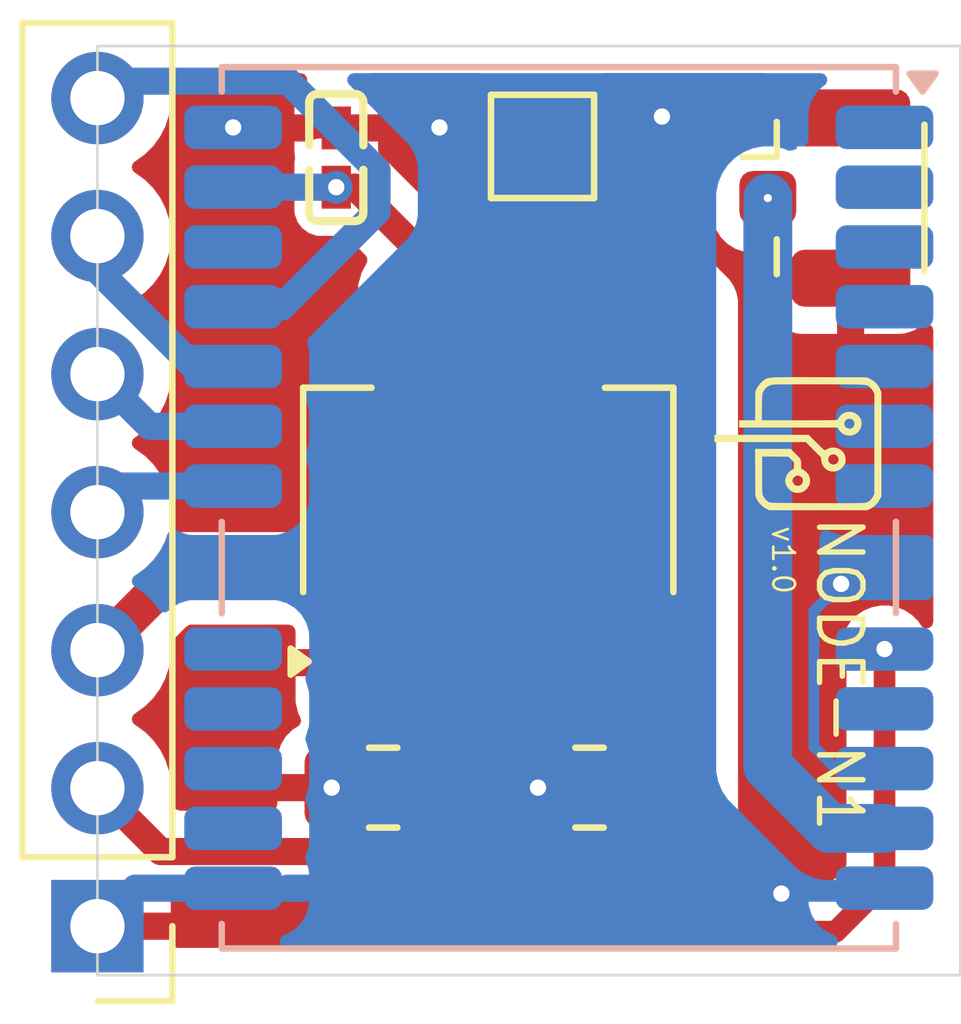
<source format=kicad_pcb>
(kicad_pcb (version 20241229) (generator "pcbnew") (generator_version "9.0")
  (layers (0 "F.Cu" signal) (2 "B.Cu" signal) (13 "F.Paste" user) (15 "B.Paste" user) (5 "F.SilkS" user "F.Silkscreen") (7 "B.SilkS" user "B.Silkscreen") (1 "F.Mask" user) (3 "B.Mask" user) (25 "Edge.Cuts" user))
  (net 0 "")
  (net 1 "+3.3V")
  (net 2 "GND")
  (net 3 "VBUS")
  (net 4 "/EXT_ANT")
  (net 6 "/TX")
  (net 7 "/SDA")
  (net 12 "/RX")
  (net 15 "/SCL")
  (net 18 "/RESET")
  (footprint "TestPoint:TestPoint_Pad_1.5x1.5mm" (layer "F.Cu") (at 145.8 73.15)
    (property "Reference" "J1" (hide yes))
    (property "Value" "Conn_01x01_Pin" (hide yes))
    (fp_line (start -0.95 -0.95) (end 0.95 -0.95) (stroke (width 0.12)) (layer "F.SilkS"))
    (fp_line (start -0.95 0.95) (end -0.95 -0.95) (stroke (width 0.12)) (layer "F.SilkS"))
    (fp_line (start 0.95 -0.95) (end 0.95 0.95) (stroke (width 0.12)) (layer "F.SilkS"))
    (fp_line (start 0.95 0.95) (end -0.95 0.95) (stroke (width 0.12)) (layer "F.SilkS"))
    (pad "1" smd rect (at 0 0) (size 1.5 1.5) (layers "F.Cu" "F.Mask") (net 18 "/RESET"))
  )
  (footprint "Connector_PinHeader_2.54mm:PinHeader_1x07_P2.54mm_Vertical" (layer "F.Cu") (at 137.6 87.5 180)
    (property "Reference" "J3" (hide yes))
    (property "Value" "Conn_01x07_Pin" (hide yes))
    (fp_line (start 1.38 1.27) (end 1.38 16.62) (stroke (width 0.12)) (layer "F.SilkS"))
    (fp_line (start -1.38 16.62) (end 1.38 16.62) (stroke (width 0.12)) (layer "F.SilkS"))
    (fp_line (start -1.38 1.27) (end 1.38 1.27) (stroke (width 0.12)) (layer "F.SilkS"))
    (fp_line (start -1.38 1.27) (end -1.38 16.62) (stroke (width 0.12)) (layer "F.SilkS"))
    (fp_line (start -1.38 0) (end -1.38 -1.38) (stroke (width 0.12)) (layer "F.SilkS"))
    (fp_line (start -1.38 -1.38) (end 0 -1.38) (stroke (width 0.12)) (layer "F.SilkS"))
    (pad "1" thru_hole rect (at 0 0 180) (size 1.7 1.7) (drill 1) (layers "*.Cu" "*.Mask") (net 2 "GND"))
    (pad "2" thru_hole circle (at 0 2.54 180) (size 1.7 1.7) (drill 1) (layers "*.Cu" "*.Mask") (net 3 "VBUS"))
    (pad "3" thru_hole circle (at 0 5.08 180) (size 1.7 1.7) (drill 1) (layers "*.Cu" "*.Mask") (net 1 "+3.3V"))
    (pad "4" thru_hole circle (at 0 7.62 180) (size 1.7 1.7) (drill 1) (layers "*.Cu" "*.Mask") (net 7 "/SDA"))
    (pad "5" thru_hole circle (at 0 10.16 180) (size 1.7 1.7) (drill 1) (layers "*.Cu" "*.Mask") (net 15 "/SCL"))
    (pad "6" thru_hole circle (at 0 12.7 180) (size 1.7 1.7) (drill 1) (layers "*.Cu" "*.Mask") (net 6 "/TX"))
    (pad "7" thru_hole circle (at 0 15.24 180) (size 1.7 1.7) (drill 1) (layers "*.Cu" "*.Mask") (net 12 "/RX"))
  )
  (footprint "Package_TO_SOT_SMD:SOT-223-3_TabPin2" (layer "F.Cu") (at 144.8 79.5 90)
    (property "Reference" "U2" (hide yes))
    (property "Value" "NCP1117-3.3_SOT223" (hide yes))
    (fp_line (start 1.91 -3.41) (end 1.91 -2.15) (stroke (width 0.12)) (layer "F.SilkS"))
    (fp_line (start -1.85 -3.41) (end 1.91 -3.41) (stroke (width 0.12)) (layer "F.SilkS"))
    (fp_line (start 1.91 3.41) (end 1.91 2.15) (stroke (width 0.12)) (layer "F.SilkS"))
    (fp_line (start -1.85 3.41) (end 1.91 3.41) (stroke (width 0.12)) (layer "F.SilkS"))
    (fp_poly (pts (xy -3.13 -3.31) (xy -3.37 -3.64) (xy -2.89 -3.64) (xy -3.13 -3.31)) (stroke (width 0.12)) (fill yes) (layer "F.SilkS"))
    (pad "1" smd roundrect (at -3.15 -2.3 90) (size 2 1.5) (layers "F.Cu" "F.Mask" "F.Paste") (net 2 "GND"))
    (pad "2" smd roundrect (at -3.15 0 90) (size 2 1.5) (layers "F.Cu" "F.Mask" "F.Paste") (net 1 "+3.3V"))
    (pad "2" smd roundrect (at 3.15 0 90) (size 2 3.8) (layers "F.Cu" "F.Mask" "F.Paste") (net 1 "+3.3V"))
    (pad "3" smd roundrect (at -3.15 2.3 90) (size 2 1.5) (layers "F.Cu" "F.Mask" "F.Paste") (net 3 "VBUS"))
  )
  (footprint "Capacitor_SMD:C_0805_2012Metric" (layer "F.Cu") (at 142.865 84.95 180)
    (property "Reference" "C3" (hide yes))
    (property "Value" "10u")
    (fp_line (start -0.261252 0.735) (end 0.261252 0.735) (stroke (width 0.12)) (layer "F.SilkS"))
    (fp_line (start -0.261252 -0.735) (end 0.261252 -0.735) (stroke (width 0.12)) (layer "F.SilkS"))
    (pad "1" smd roundrect (at -0.95 0 180) (size 1 1.45) (layers "F.Cu" "F.Mask" "F.Paste") (net 1 "+3.3V"))
    (pad "2" smd roundrect (at 0.95 0 180) (size 1 1.45) (layers "F.Cu" "F.Mask" "F.Paste") (net 2 "GND"))
  )
  (footprint "Connector_Coaxial:U.FL_Hirose_U.FL-R-SMT-1_Vertical" (layer "F.Cu") (at 151 74.1)
    (property "Reference" "J2" (hide yes))
    (property "Value" "U.FL-R-SMT(10)" (hide yes))
    (fp_line (start -0.885 -1.4) (end -0.885 -0.76) (stroke (width 0.12)) (layer "F.SilkS"))
    (fp_line (start -0.885 -0.76) (end -1.515 -0.76) (stroke (width 0.12)) (layer "F.SilkS"))
    (fp_line (start -0.885 1.4) (end -0.885 0.76) (stroke (width 0.12)) (layer "F.SilkS"))
    (fp_line (start 1.835 -1.35) (end 1.835 1.35) (stroke (width 0.12)) (layer "F.SilkS"))
    (pad "1" smd roundrect (at -1.05 0) (size 1.05 1) (layers "F.Cu" "F.Mask" "F.Paste") (net 4 "/EXT_ANT"))
    (pad "2" smd roundrect (at 0.475 -1.475) (size 2.2 1.05) (layers "F.Cu" "F.Mask" "F.Paste") (roundrect_rratio 0.2380952381) (net 2 "GND"))
    (pad "2" smd roundrect (at 0.475 1.475) (size 2.2 1.05) (layers "F.Cu" "F.Mask" "F.Paste") (roundrect_rratio 0.2380952381) (net 2 "GND"))
    (zone (net 0) (net_name "") (layers "F.Cu" "B.Cu") (connect_pads (clearance 0)) (min_thickness 0.25)
      (keepout (tracks not_allowed) (vias not_allowed) (pads not_allowed) (copperpour not_allowed) (footprints allowed))
      (fill (thermal_gap 0.5) (thermal_bridge_width 0.5))
      (polygon (pts (xy 152.575 73.15) (xy 150.485 73.15) (xy 150.485 75.05) (xy 152.575 75.05)))
    )
  )
  (footprint "Capacitor_SMD:C_0805_2012Metric" (layer "F.Cu") (at 146.665 84.95 180)
    (property "Reference" "C1" (hide yes))
    (property "Value" "10u")
    (fp_line (start -0.261252 0.735) (end 0.261252 0.735) (stroke (width 0.12)) (layer "F.SilkS"))
    (fp_line (start -0.261252 -0.735) (end 0.261252 -0.735) (stroke (width 0.12)) (layer "F.SilkS"))
    (pad "1" smd roundrect (at -0.95 0 180) (size 1 1.45) (layers "F.Cu" "F.Mask" "F.Paste") (net 3 "VBUS"))
    (pad "2" smd roundrect (at 0.95 0 180) (size 1 1.45) (layers "F.Cu" "F.Mask" "F.Paste") (net 2 "GND"))
  )
  (footprint "10uF:C0402" (layer "F.Cu") (at 142 73.3549 -90)
    (property "Reference" "C2" (hide yes))
    (property "Value" "100nF" (hide yes))
    (fp_line (start -0.2262 0.4986) (end -1.0163 0.4986) (stroke (width 0.1524)) (layer "F.SilkS"))
    (fp_line (start 0.2262 0.4986) (end 1.0163 0.4986) (stroke (width 0.1524)) (layer "F.SilkS"))
    (fp_line (start -1.1687 0.3462) (end -1.1687 -0.3462) (stroke (width 0.1524)) (layer "F.SilkS"))
    (fp_line (start 1.1687 0.3462) (end 1.1687 -0.3462) (stroke (width 0.1524)) (layer "F.SilkS"))
    (fp_line (start -1.0163 -0.4986) (end -0.2262 -0.4986) (stroke (width 0.1524)) (layer "F.SilkS"))
    (fp_line (start 1.0163 -0.4986) (end 0.2262 -0.4986) (stroke (width 0.1524)) (layer "F.SilkS"))
    (fp_arc (start -1.0163 0.4986) (mid -1.124063 0.453963) (end -1.1687 0.3462) (stroke (width 0.1524)) (layer "F.SilkS"))
    (fp_arc (start 1.1687 0.3462) (mid 1.124063 0.453963) (end 1.0163 0.4986) (stroke (width 0.1524)) (layer "F.SilkS"))
    (fp_arc (start -1.1687 -0.3462) (mid -1.124063 -0.453963) (end -1.0163 -0.4986) (stroke (width 0.1524)) (layer "F.SilkS"))
    (fp_arc (start 1.0163 -0.4986) (mid 1.124063 -0.453963) (end 1.1687 -0.3462) (stroke (width 0.1524)) (layer "F.SilkS"))
    (pad "1" smd rect (at -0.5451 0 270) (size 0.7901 0.54) (layers "F.Cu" "F.Mask" "F.Paste") (net 2 "GND"))
    (pad "2" smd rect (at 0.5451 0 270) (size 0.7901 0.54) (layers "F.Cu" "F.Mask" "F.Paste") (net 1 "+3.3V"))
  )
  (footprint "LOGO" (layer "F.Cu") (at 150.6 78.6 -90)
    (property "Reference" "G***" (hide yes))
    (property "Value" "LOGO" (hide yes))
    (fp_poly (pts (xy 0.391021 -0.772103) (xy 0.440161 -0.742534) (xy 0.481889 -0.699764) (xy 0.513225 -0.647898) (xy 0.531192 -0.591038) (xy 0.533285 -0.576137) (xy 0.531294 -0.515148) (xy 0.513593 -0.459419) (xy 0.482066 -0.411119) (xy 0.438594 -0.372417) (xy 0.385061 -0.345483) (xy 0.323351 -0.332484) (xy 0.321659 -0.332352) (xy 0.272398 -0.328666) (xy 0.131733 -0.188998) (xy -0.008931 -0.049331) (xy -0.008931 0.792529) (xy -0.008931 1.634388) (xy -0.075915 1.634388) (xy -0.142898 1.634388) (xy -0.142898 0.765939) (xy -0.142898 -0.102511) (xy 0.002141 -0.24775) (xy 0.048504 -0.294294) (xy 0.083571 -0.329991) (xy 0.108726 -0.356571) (xy 0.125355 -0.375766) (xy 0.134844 -0.389305) (xy 0.138577 -0.398919) (xy 0.137941 -0.406341) (xy 0.134465 -0.413073) (xy 0.103901 -0.475762) (xy 0.090392 -0.539137) (xy 0.091659 -0.561723) (xy 0.215785 -0.561723) (xy 0.219543 -0.528577) (xy 0.234224 -0.499396) (xy 0.257748 -0.476915) (xy 0.288032 -0.463868) (xy 0.322994 -0.46299) (xy 0.360554 -0.477016) (xy 0.363627 -0.478876) (xy 0.390148 -0.505342) (xy 0.402661 -0.542672) (xy 0.403685 -0.559479) (xy 0.396256 -0.597523) (xy 0.376461 -0.627157) (xy 0.348034 -0.646698) (xy 0.314712 -0.654465) (xy 0.280228 -0.648776) (xy 0.249369 -0.62897) (xy 0.225034 -0.596099) (xy 0.215785 -0.561723) (xy 0.091659 -0.561723) (xy 0.093889 -0.601472) (xy 0.114343 -0.661039) (xy 0.142707 -0.705316) (xy 0.183284 -0.743294) (xy 0.233496 -0.769913) (xy 0.288842 -0.783959) (xy 0.344823 -0.784224)) (fill yes) (layer "F.SilkS"))
    (fp_poly (pts (xy 1.038236 -1.417154) (xy 1.102975 -1.37695) (xy 1.159668 -1.325193) (xy 1.204217 -1.265881) (xy 1.216644 -1.243142) (xy 1.245886 -1.183744) (xy 1.245886 -0.281517) (xy 1.245886 0.62071) (xy 1.221692 0.672343) (xy 1.188682 0.727262) (xy 1.144178 0.779333) (xy 1.093093 0.823574) (xy 1.042361 0.854085) (xy 0.986884 0.879711) (xy 0.551494 0.88219) (xy 0.116104 0.884668) (xy 0.116104 0.557235) (xy 0.116104 0.229802) (xy 0.198716 0.145359) (xy 0.23171 0.112532) (xy 0.238058 0.10655) (xy 0.606311 0.10655) (xy 0.619115 0.14284) (xy 0.637679 0.166118) (xy 0.671069 0.190549) (xy 0.704874 0.19717) (xy 0.739567 0.185992) (xy 0.763296 0.168765) (xy 0.783315 0.148715) (xy 0.792495 0.129671) (xy 0.794851 0.102759) (xy 0.794866 0.098987) (xy 0.792673 0.069525) (xy 0.783724 0.048764) (xy 0.767486 0.030697) (xy 0.744252 0.01275) (xy 0.719188 0.00538) (xy 0.699771 0.004465) (xy 0.671327 0.006722) (xy 0.6513 0.016175) (xy 0.633374 0.033632) (xy 0.611046 0.069576) (xy 0.606311 0.10655) (xy 0.238058 0.10655) (xy 0.262419 0.083595) (xy 0.287642 0.061458) (xy 0.304179 0.049031) (xy 0.305446 0.04832) (xy 0.32987 0.041067) (xy 0.36801 0.036614) (xy 0.403688 0.035426) (xy 0.477813 0.035127) (xy 0.504606 -0.011159) (xy 0.543404 -0.062562) (xy 0.590245 -0.099583) (xy 0.642535 -0.12219) (xy 0.697677 -0.13035) (xy 0.753076 -0.124028) (xy 0.806138 -0.103192) (xy 0.854266 -0.06781) (xy 0.894865 -0.017847) (xy 0.895921 -0.016152) (xy 0.918709 0.036064) (xy 0.927901 0.093647) (xy 0.922883 0.150571) (xy 0.915408 0.17547) (xy 0.88829 0.225533) (xy 0.849542 0.268855) (xy 0.802936 0.30262) (xy 0.75224 0.324011) (xy 0.708123 0.330363) (xy 0.6507 0.322086) (xy 0.595232 0.298776) (xy 0.54602 0.263105) (xy 0.507362 0.217746) (xy 0.496429 0.198716) (xy 0.487825 0.183319) (xy 0.478228 0.174636) (xy 0.462676 0.170745) (xy 0.436205 0.169725) (xy 0.421484 0.16969) (xy 0.361149 0.16969) (xy 0.310546 0.221044) (xy 0.259942 0.272398) (xy 0.258171 0.513537) (xy 0.2564 0.754676) (xy 0.599314 0.754676) (xy 0.686886 0.754639) (xy 0.758464 0.754468) (xy 0.815919 0.754072) (xy 0.861119 0.753359) (xy 0.895933 0.752239) (xy 0.922231 0.750621) (xy 0.941881 0.748413) (xy 0.956752 0.745526) (xy 0.968715 0.741867) (xy 0.979637 0.737346) (xy 0.982519 0.736027) (xy 1.030669 0.706028) (xy 1.072622 0.665491) (xy 1.096551 0.630926) (xy 1.09912 0.625248) (xy 1.101397 0.617446) (xy 1.103403 0.606444) (xy 1.105159 0.591167) (xy 1.106687 0.570539) (xy 1.108009 0.543483) (xy 1.109147 0.508923) (xy 1.110123 0.465783) (xy 1.110957 0.412987) (xy 1.111672 0.34946) (xy 1.112289 0.274124) (xy 1.112831 0.185905) (xy 1.113319 0.083725) (xy 1.113774 -0.03349) (xy 1.114218 -0.166818) (xy 1.114501 -0.259002) (xy 1.114904 -0.415361) (xy 1.115121 -0.554575) (xy 1.115146 -0.677356) (xy 1.114972 -0.784421) (xy 1.114593 -0.876483) (xy 1.114003 -0.954257) (xy 1.113196 -1.018459) (xy 1.112165 -1.069802) (xy 1.110905 -1.109002) (xy 1.109409 -1.136772) (xy 1.107672 -1.153829) (xy 1.106746 -1.158434) (xy 1.086725 -1.20236) (xy 1.053541 -1.243942) (xy 1.011695 -1.278161) (xy 0.987381 -1.29167) (xy 0.942229 -1.312695) (xy 0.022914 -1.312782) (xy -0.8964 -1.312869) (xy -0.936421 -1.293496) (xy -0.967462 -1.274722) (xy -0.998992 -1.250012) (xy -1.009961 -1.239583) (xy -1.020036 -1.229422) (xy -1.028954 -1.220214) (xy -1.036784 -1.210864) (xy -1.043598 -1.200279) (xy -1.049467 -1.187362) (xy -1.05446 -1.171021) (xy -1.058647 -1.15016) (xy -1.062101 -1.123685) (xy -1.06489 -1.090503) (xy -1.067085 -1.049517) (xy -1.068757 -0.999634) (xy -1.069977 -0.93976) (xy -1.070814 -0.8688) (xy -1.071339 -0.78566) (xy -1.071623 -0.689244) (xy -1.071736 -0.57846) (xy -1.071749 -0.452212) (xy -1.071731 -0.309406) (xy -1.07173 -0.280073) (xy -1.071721 -0.138438) (xy -1.071679 -0.013542) (xy -1.071581 0.095739) (xy -1.071406 0.190529) (xy -1.071129 0.271952) (xy -1.070729 0.341129) (xy -1.070184 0.399187) (xy -1.06947 0.447247) (xy -1.068566 0.486434) (xy -1.067448 0.517871) (xy -1.066094 0.542681) (xy -1.064482 0.561989) (xy -1.062589 0.576918) (xy -1.060393 0.588591) (xy -1.05787 0.598133) (xy -1.054999 0.606666) (xy -1.05389 0.609671) (xy -1.026135 0.661371) (xy -0.984385 0.703913) (xy -0.937764 0.733551) (xy -0.925151 0.739803) (xy -0.912531 0.74471) (xy -0.897588 0.748468) (xy -0.878002 0.751273) (xy -0.851457 0.753323) (xy -0.815634 0.754814) (xy -0.768214 0.755943) (xy -0.70688 0.756905) (xy -0.654202 0.757588) (xy -0.41083 0.760634) (xy -0.41083 0.062983) (xy -0.410848 -0.06531) (xy -0.410919 -0.176911) (xy -0.411068 -0.272989) (xy -0.411323 -0.354714) (xy -0.411708 -0.423255) (xy -0.41225 -0.479783) (xy -0.412976 -0.525466) (xy -0.41391 -0.561475) (xy -0.415078 -0.588979) (xy -0.416508 -0.609147) (xy -0.418225 -0.623151) (xy -0.420254 -0.632158) (xy -0.422622 -0.637339) (xy -0.425355 -0.639863) (xy -0.42646 -0.640357) (xy -0.468267 -0.66313) (xy -0.507613 -0.697962) (xy -0.538444 -0.739413) (xy -0.540245 -0.742638) (xy -0.561593 -0.798052) (xy -0.567647 -0.854445) (xy -0.567507 -0.855444) (xy -0.438992 -0.855444) (xy -0.43378 -0.820458) (xy -0.414576 -0.788447) (xy -0.411517 -0.785249) (xy -0.37986 -0.764924) (xy -0.343147 -0.75864) (xy -0.307323 -0.76699) (xy -0.29577 -0.773706) (xy -0.272347 -0.799595) (xy -0.257716 -0.834435) (xy -0.255038 -0.870223) (xy -0.2558 -0.874866) (xy -0.2707 -0.907196) (xy -0.298263 -0.931878) (xy -0.333748 -0.945292) (xy -0.34988 -0.946695) (xy -0.385658 -0.939031) (xy -0.413434 -0.918653) (xy -0.431711 -0.889483) (xy -0.438992 -0.855444) (xy -0.567507 -0.855444) (xy -0.559927 -0.90941) (xy -0.53995 -0.96054) (xy -0.509234 -1.005427) (xy -0.469296 -1.041667) (xy -0.421654 -1.06685) (xy -0.367826 -1.078572) (xy -0.328962 -1.077684) (xy -0.26856 -1.062642) (xy -0.217618 -1.034567) (xy -0.17703 -0.996) (xy -0.147686 -0.949481) (xy -0.130479 -0.897552) (xy -0.126302 -0.842752) (xy -0.136047 -0.787622) (xy -0.160606 -0.734704) (xy -0.193939 -0.693216) (xy -0.218303 -0.671718) (xy -0.242701 -0.654559) (xy -0.251398 -0.64995) (xy -0.276864 -0.638678) (xy -0.276864 0.270112) (xy -0.276864 1.178903) (xy -0.343847 1.178903) (xy -0.41083 1.178903) (xy -0.41083 1.031916) (xy -0.41083 0.884928) (xy -0.67653 0.88232) (xy -0.94223 0.879711) (xy -0.993298 0.855776) (xy -1.042388 0.82676) (xy -1.090631 0.787803) (xy -1.132089 0.7442) (xy -1.155417 0.711192) (xy -1.163583 0.697367) (xy -1.170824 0.684662) (xy -1.177193 0.671976) (xy -1.182741 0.658207) (xy -1.187523 0.642253) (xy -1.191589 0.623012) (xy -1.194994 0.599381) (xy -1.197789 0.570259) (xy -1.200027 0.534544) (xy -1.20176 0.491134) (xy -1.203042 0.438926) (xy -1.203924 0.376819) (xy -1.204459 0.303711) (xy -1.204701 0.218499) (xy -1.2047 0.120082) (xy -1.204511 0.007357) (xy -1.204185 -0.120777) (xy -1.203776 -0.265423) (xy -1.203677 -0.300449) (xy -1.201231 -1.175378) (xy -1.16754 -1.24354) (xy -1.129178 -1.306751) (xy -1.081597 -1.357495) (xy -1.021489 -1.398982) (xy -0.991351 -1.414591) (xy -0.933299 -1.44237) (xy 0.026793 -1.44237) (xy 0.986884 -1.44237)) (fill yes) (layer "F.SilkS"))
  )
  (footprint "RF_GPS:ublox_NEO" (layer "B.Cu") (at 146.1 79.8 180)
    (property "Reference" "U1" (hide yes))
    (property "Value" "NEO-M8N" (hide yes))
    (fp_line (start 6.21 8.11) (end 6.21 7.66) (stroke (width 0.12)) (layer "B.SilkS"))
    (fp_line (start 6.21 -0.26) (end 6.21 -1.94) (stroke (width 0.12)) (layer "B.SilkS"))
    (fp_line (start 6.21 -7.66) (end 6.21 -8.1) (stroke (width 0.12)) (layer "B.SilkS"))
    (fp_line (start -6.21 8.11) (end 6.21 8.11) (stroke (width 0.12)) (layer "B.SilkS"))
    (fp_line (start -6.21 8.11) (end -6.21 7.66) (stroke (width 0.12)) (layer "B.SilkS"))
    (fp_line (start -6.21 -0.26) (end -6.21 -1.94) (stroke (width 0.12)) (layer "B.SilkS"))
    (fp_line (start -6.21 -7.66) (end -6.21 -8.11) (stroke (width 0.12)) (layer "B.SilkS"))
    (fp_line (start -6.21 -8.11) (end 6.21 -8.11) (stroke (width 0.12)) (layer "B.SilkS"))
    (fp_poly (pts (xy -6.7 7.66) (xy -6.94 7.99) (xy -6.46 7.99) (xy -6.7 7.66)) (stroke (width 0.12)) (fill yes) (layer "B.SilkS"))
    (pad "1" smd roundrect (at -6 7 180) (size 1.8 0.8) (layers "B.Cu" "B.Mask" "B.Paste"))
    (pad "2" smd roundrect (at -6 5.9 180) (size 1.8 0.8) (layers "B.Cu" "B.Mask" "B.Paste"))
    (pad "3" smd roundrect (at -6 4.8 180) (size 1.8 0.8) (layers "B.Cu" "B.Mask" "B.Paste"))
    (pad "4" smd roundrect (at -6 3.7 180) (size 1.8 0.8) (layers "B.Cu" "B.Mask" "B.Paste"))
    (pad "5" smd roundrect (at -6 2.6 180) (size 1.8 0.8) (layers "B.Cu" "B.Mask" "B.Paste"))
    (pad "6" smd roundrect (at -6 1.5 180) (size 1.8 0.8) (layers "B.Cu" "B.Mask" "B.Paste"))
    (pad "7" smd roundrect (at -6 0.4 180) (size 1.8 0.8) (layers "B.Cu" "B.Mask" "B.Paste"))
    (pad "8" smd roundrect (at -6 -2.6 180) (size 1.8 0.8) (layers "B.Cu" "B.Mask" "B.Paste") (net 18 "/RESET"))
    (pad "9" smd roundrect (at -6 -3.7 180) (size 1.8 0.8) (layers "B.Cu" "B.Mask" "B.Paste"))
    (pad "10" smd roundrect (at -6 -4.8 180) (size 1.8 0.8) (layers "B.Cu" "B.Mask" "B.Paste") (net 2 "GND"))
    (pad "11" smd roundrect (at -6 -5.9 180) (size 1.8 0.8) (layers "B.Cu" "B.Mask" "B.Paste") (net 4 "/EXT_ANT"))
    (pad "12" smd roundrect (at -6 -7 180) (size 1.8 0.8) (layers "B.Cu" "B.Mask" "B.Paste") (net 2 "GND"))
    (pad "13" smd roundrect (at 6 -7 180) (size 1.8 0.8) (layers "B.Cu" "B.Mask" "B.Paste") (net 2 "GND"))
    (pad "14" smd roundrect (at 6 -5.9 180) (size 1.8 0.8) (layers "B.Cu" "B.Mask" "B.Paste"))
    (pad "15" smd roundrect (at 6 -4.8 180) (size 1.8 0.8) (layers "B.Cu" "B.Mask" "B.Paste"))
    (pad "16" smd roundrect (at 6 -3.7 180) (size 1.8 0.8) (layers "B.Cu" "B.Mask" "B.Paste"))
    (pad "17" smd roundrect (at 6 -2.6 180) (size 1.8 0.8) (layers "B.Cu" "B.Mask" "B.Paste"))
    (pad "18" smd roundrect (at 6 0.4 180) (size 1.8 0.8) (layers "B.Cu" "B.Mask" "B.Paste") (net 7 "/SDA"))
    (pad "19" smd roundrect (at 6 1.5 180) (size 1.8 0.8) (layers "B.Cu" "B.Mask" "B.Paste") (net 15 "/SCL"))
    (pad "20" smd roundrect (at 6 2.6 180) (size 1.8 0.8) (layers "B.Cu" "B.Mask" "B.Paste") (net 6 "/TX"))
    (pad "21" smd roundrect (at 6 3.7 180) (size 1.8 0.8) (layers "B.Cu" "B.Mask" "B.Paste") (net 12 "/RX"))
    (pad "22" smd roundrect (at 6 4.8 180) (size 1.8 0.8) (layers "B.Cu" "B.Mask" "B.Paste"))
    (pad "23" smd roundrect (at 6 5.9 180) (size 1.8 0.8) (layers "B.Cu" "B.Mask" "B.Paste") (net 1 "+3.3V"))
    (pad "24" smd roundrect (at 6 7 180) (size 1.8 0.8) (layers "B.Cu" "B.Mask" "B.Paste") (net 2 "GND"))
  )
  (gr_rect (start 137.6 71.3) (end 153.5 88.4) (stroke (width 0.05)) (fill no) (layer "Edge.Cuts"))
  (gr_text "v1.0" (at 150 80.1 270) (layer "F.SilkS") (effects (font (size 0.4 0.4) (thickness 0.05)) (justify left bottom)))
  (gr_text "NODE-N1\n" (at 150.8 79.9 270) (layer "F.SilkS") (effects (font (size 0.8 0.8) (thickness 0.1)) (justify left bottom)))
  (segment (start 138.921 81.099) (end 137.6 82.42) (width 0.7) (layer "F.Cu") (net 1))
  (segment (start 143.258562 81.099) (end 138.921 81.099) (width 0.7) (layer "F.Cu") (net 1))
  (segment (start 144.8 83.965) (end 143.815 84.95) (width 0.7) (layer "F.Cu") (net 1))
  (segment (start 142 73.9) (end 142.35 73.9) (width 0.5) (layer "F.Cu") (net 1))
  (segment (start 144.8 82.65) (end 144.8 76.35) (width 0.9) (layer "F.Cu") (net 1))
  (segment (start 142.35 73.9) (end 144.8 76.35) (width 0.5) (layer "F.Cu") (net 1))
  (segment (start 144.8 82.65) (end 144.8 82.640438) (width 0.7) (layer "F.Cu") (net 1))
  (segment (start 144.8 82.640438) (end 143.258562 81.099) (width 0.7) (layer "F.Cu") (net 1))
  (segment (start 144.8 82.65) (end 144.8 83.965) (width 0.7) (layer "F.Cu") (net 1))
  (via (at 142 73.9) (size 0.6) (drill 0.3) (layers "F.Cu" "B.Cu") (net 1))
  (segment (start 140.1 73.9) (end 142 73.9) (width 0.5) (layer "B.Cu") (net 1))
  (via (at 151.3 81.2) (size 0.6) (drill 0.3) (layers "F.Cu" "B.Cu") (net 2))
  (via (at 141.915 84.95) (size 0.6) (drill 0.3) (layers "F.Cu" "B.Cu") (net 2))
  (via (at 143.9 72.8) (size 0.6) (drill 0.3) (layers "F.Cu" "B.Cu") (net 2))
  (via (at 148 72.6) (size 0.6) (drill 0.3) (layers "F.Cu" "B.Cu") (net 2))
  (via (at 145.715 84.95) (size 0.6) (drill 0.3) (layers "F.Cu" "B.Cu") (net 2))
  (via (at 150.2 86.9) (size 0.6) (drill 0.3) (layers "F.Cu" "B.Cu") (net 2))
  (via (at 140.1 72.8) (size 0.6) (drill 0.3) (layers "F.Cu" "B.Cu") (net 2))
  (segment (start 152.1 84.6) (end 151.2 84.6) (width 0.2) (layer "B.Cu") (net 2))
  (segment (start 150.8 81.7) (end 151.3 81.2) (width 0.2) (layer "B.Cu") (net 2))
  (segment (start 151.2 84.6) (end 150.8 84.2) (width 0.2) (layer "B.Cu") (net 2))
  (segment (start 140.1 86.8) (end 138.3 86.8) (width 0.5) (layer "B.Cu") (net 2))
  (segment (start 138.3 86.8) (end 137.6 87.5) (width 0.5) (layer "B.Cu") (net 2))
  (segment (start 150.8 84.2) (end 150.8 81.7) (width 0.2) (layer "B.Cu") (net 2))
  (segment (start 138.766 86.126) (end 146.439 86.126) (width 0.5) (layer "F.Cu") (net 3))
  (segment (start 147.1 82.65) (end 147.1 84.435) (width 0.7) (layer "F.Cu") (net 3))
  (segment (start 137.6 84.96) (end 138.766 86.126) (width 0.5) (layer "F.Cu") (net 3))
  (segment (start 147.1 84.435) (end 147.615 84.95) (width 0.7) (layer "F.Cu") (net 3))
  (segment (start 146.439 86.126) (end 147.615 84.95) (width 0.5) (layer "F.Cu") (net 3))
  (via (at 149.95 74.1) (size 0.6) (drill 0.15) (layers "F.Cu" "B.Cu") (net 4))
  (segment (start 149.95 84.559038) (end 149.95 74.1) (width 0.9) (layer "B.Cu") (net 4))
  (segment (start 152.1 85.7) (end 151.090962 85.7) (width 0.9) (layer "B.Cu") (net 4))
  (segment (start 151.090962 85.7) (end 149.95 84.559038) (width 0.9) (layer "B.Cu") (net 4))
  (segment (start 139.373804 77.2) (end 137.6 75.426196) (width 0.5) (layer "B.Cu") (net 6))
  (segment (start 140.1 77.2) (end 139.373804 77.2) (width 0.5) (layer "B.Cu") (net 6))
  (segment (start 137.6 75.426196) (end 137.6 74.8) (width 0.5) (layer "B.Cu") (net 6))
  (segment (start 138.08 79.4) (end 137.6 79.88) (width 0.5) (layer "B.Cu") (net 7))
  (segment (start 140.1 79.4) (end 138.08 79.4) (width 0.5) (layer "B.Cu") (net 7))
  (segment (start 142.751 73.588925) (end 141.111075 71.949) (width 0.5) (layer "B.Cu") (net 12))
  (segment (start 141.111075 71.949) (end 137.911 71.949) (width 0.5) (layer "B.Cu") (net 12))
  (segment (start 137.911 71.949) (end 137.6 72.26) (width 0.5) (layer "B.Cu") (net 12))
  (segment (start 141 76.1) (end 142.751 74.349) (width 0.5) (layer "B.Cu") (net 12))
  (segment (start 142.751 74.349) (end 142.751 73.588925) (width 0.5) (layer "B.Cu") (net 12))
  (segment (start 140.1 76.1) (end 141 76.1) (width 0.5) (layer "B.Cu") (net 12))
  (segment (start 140.1 78.3) (end 138.56 78.3) (width 0.5) (layer "B.Cu") (net 15))
  (segment (start 138.56 78.3) (end 137.6 77.34) (width 0.5) (layer "B.Cu") (net 15))
  (segment (start 152.1 82.4) (end 152.1 86.7) (width 0.4) (layer "F.Cu") (net 18))
  (segment (start 151.199 87.601) (end 149.909636 87.601) (width 0.4) (layer "F.Cu") (net 18))
  (segment (start 152.1 86.7) (end 151.199 87.601) (width 0.4) (layer "F.Cu") (net 18))
  (segment (start 148.7 76.05) (end 145.8 73.15) (width 0.4) (layer "F.Cu") (net 18))
  (segment (start 148.7 86.391364) (end 148.7 76.05) (width 0.4) (layer "F.Cu") (net 18))
  (segment (start 149.909636 87.601) (end 148.7 86.391364) (width 0.4) (layer "F.Cu") (net 18))
  (via (at 152.1 82.4) (size 0.6) (drill 0.3) (layers "F.Cu" "B.Cu") (net 18))
  (zone (net 2) (net_name "GND") (layers "F.Cu" "B.Cu") (connect_pads (clearance 0.5)) (min_thickness 0.25) (fill yes (thermal_gap 0.5) (thermal_bridge_width 0.5))
    (polygon (pts (xy 153.5 88.4) (xy 153.5 71.3) (xy 137.6 71.3) (xy 137.6 88.4)))
  )
)
</source>
